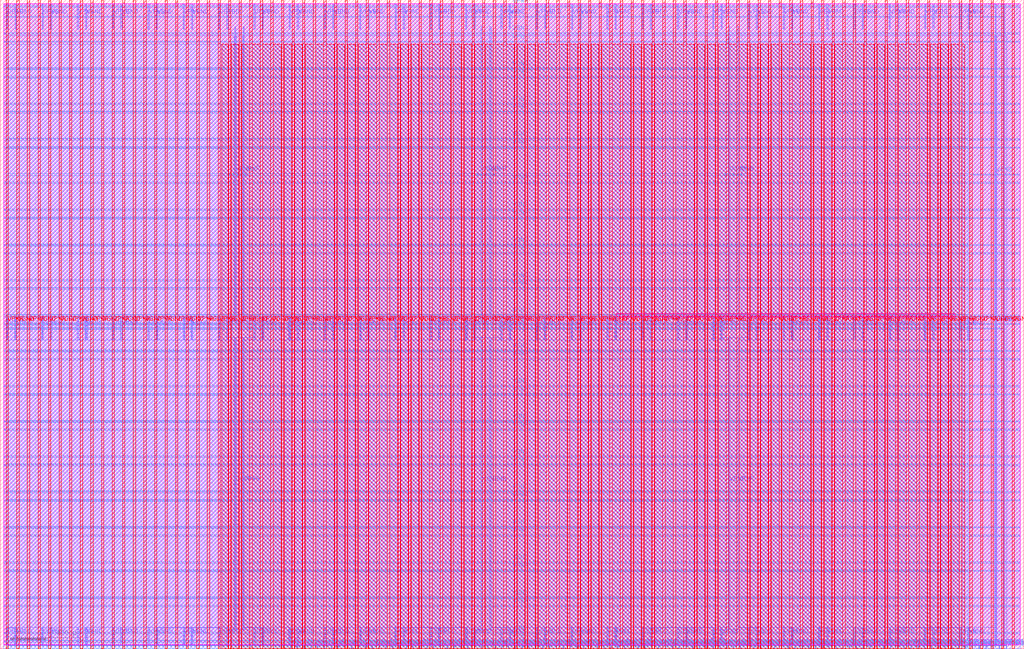
<source format=lef>
VERSION 5.7 ;
  NOWIREEXTENSIONATPIN ON ;
  DIVIDERCHAR "/" ;
  BUSBITCHARS "[]" ;
MACRO CF_SRAM_8192x32
  CLASS BLOCK ;
  FOREIGN CF_SRAM_8192x32 ;
  ORIGIN 0.000 0.000 ;
  SIZE 1450.000 BY 920.000 ;
  PIN VGND
    DIRECTION INOUT ;
    USE GROUND ;
    PORT
      LAYER met2 ;
        RECT 20.940 5.200 22.700 29.860 ;
    END
    PORT
      LAYER met2 ;
        RECT 20.940 438.010 22.700 469.855 ;
    END
    PORT
      LAYER met2 ;
        RECT 20.940 878.005 22.700 914.160 ;
    END
    PORT
      LAYER met2 ;
        RECT 70.940 5.200 72.700 29.860 ;
    END
    PORT
      LAYER met2 ;
        RECT 70.940 438.010 72.700 469.855 ;
    END
    PORT
      LAYER met2 ;
        RECT 70.940 878.005 72.700 914.160 ;
    END
    PORT
      LAYER met2 ;
        RECT 120.940 5.200 122.700 29.860 ;
    END
    PORT
      LAYER met2 ;
        RECT 120.940 438.010 122.700 469.855 ;
    END
    PORT
      LAYER met2 ;
        RECT 120.940 878.005 122.700 914.160 ;
    END
    PORT
      LAYER met2 ;
        RECT 170.940 5.200 172.700 29.860 ;
    END
    PORT
      LAYER met2 ;
        RECT 170.940 438.010 172.700 469.855 ;
    END
    PORT
      LAYER met2 ;
        RECT 170.940 878.005 172.700 914.160 ;
    END
    PORT
      LAYER met2 ;
        RECT 220.940 5.200 222.700 29.860 ;
    END
    PORT
      LAYER met2 ;
        RECT 220.940 438.010 222.700 469.855 ;
    END
    PORT
      LAYER met2 ;
        RECT 220.940 878.005 222.700 914.160 ;
    END
    PORT
      LAYER met2 ;
        RECT 270.940 5.200 272.700 29.720 ;
    END
    PORT
      LAYER met2 ;
        RECT 270.940 438.150 272.700 469.715 ;
    END
    PORT
      LAYER met2 ;
        RECT 270.940 878.145 272.700 914.160 ;
    END
    PORT
      LAYER met2 ;
        RECT 320.940 5.200 322.700 29.860 ;
    END
    PORT
      LAYER met2 ;
        RECT 320.940 438.010 322.700 469.855 ;
    END
    PORT
      LAYER met2 ;
        RECT 320.940 878.005 322.700 914.160 ;
    END
    PORT
      LAYER met2 ;
        RECT 370.940 5.200 372.700 29.860 ;
    END
    PORT
      LAYER met2 ;
        RECT 370.940 438.010 372.700 469.855 ;
    END
    PORT
      LAYER met2 ;
        RECT 370.940 878.005 372.700 914.160 ;
    END
    PORT
      LAYER met2 ;
        RECT 420.940 5.200 422.700 29.860 ;
    END
    PORT
      LAYER met2 ;
        RECT 420.940 438.010 422.700 469.855 ;
    END
    PORT
      LAYER met2 ;
        RECT 420.940 878.005 422.700 914.160 ;
    END
    PORT
      LAYER met2 ;
        RECT 470.940 5.200 472.700 29.860 ;
    END
    PORT
      LAYER met2 ;
        RECT 470.940 438.010 472.700 469.855 ;
    END
    PORT
      LAYER met2 ;
        RECT 470.940 878.005 472.700 914.160 ;
    END
    PORT
      LAYER met2 ;
        RECT 520.940 5.200 522.700 29.860 ;
    END
    PORT
      LAYER met2 ;
        RECT 520.940 438.010 522.700 469.855 ;
    END
    PORT
      LAYER met2 ;
        RECT 520.940 878.005 522.700 914.160 ;
    END
    PORT
      LAYER met2 ;
        RECT 570.940 5.200 572.700 29.860 ;
    END
    PORT
      LAYER met2 ;
        RECT 570.940 438.010 572.700 469.855 ;
    END
    PORT
      LAYER met2 ;
        RECT 570.940 878.005 572.700 914.160 ;
    END
    PORT
      LAYER met2 ;
        RECT 620.940 5.200 622.700 29.720 ;
    END
    PORT
      LAYER met2 ;
        RECT 620.940 438.150 622.700 469.715 ;
    END
    PORT
      LAYER met2 ;
        RECT 620.940 878.145 622.700 914.160 ;
    END
    PORT
      LAYER met2 ;
        RECT 670.940 5.200 672.700 29.860 ;
    END
    PORT
      LAYER met2 ;
        RECT 670.940 438.010 672.700 469.855 ;
    END
    PORT
      LAYER met2 ;
        RECT 670.940 878.005 672.700 914.160 ;
    END
    PORT
      LAYER met2 ;
        RECT 720.940 5.200 722.700 29.860 ;
    END
    PORT
      LAYER met2 ;
        RECT 720.940 438.010 722.700 469.855 ;
    END
    PORT
      LAYER met2 ;
        RECT 720.940 878.005 722.700 914.160 ;
    END
    PORT
      LAYER met2 ;
        RECT 770.940 5.200 772.700 29.860 ;
    END
    PORT
      LAYER met2 ;
        RECT 770.940 438.010 772.700 469.855 ;
    END
    PORT
      LAYER met2 ;
        RECT 770.940 878.005 772.700 914.160 ;
    END
    PORT
      LAYER met2 ;
        RECT 820.940 5.200 822.700 29.860 ;
    END
    PORT
      LAYER met2 ;
        RECT 820.940 438.010 822.700 469.855 ;
    END
    PORT
      LAYER met2 ;
        RECT 820.940 878.005 822.700 914.160 ;
    END
    PORT
      LAYER met2 ;
        RECT 870.940 5.200 872.700 29.860 ;
    END
    PORT
      LAYER met2 ;
        RECT 870.940 438.010 872.700 469.855 ;
    END
    PORT
      LAYER met2 ;
        RECT 870.940 878.005 872.700 914.160 ;
    END
    PORT
      LAYER met2 ;
        RECT 920.940 5.200 922.700 29.860 ;
    END
    PORT
      LAYER met2 ;
        RECT 920.940 438.010 922.700 469.855 ;
    END
    PORT
      LAYER met2 ;
        RECT 920.940 878.005 922.700 914.160 ;
    END
    PORT
      LAYER met2 ;
        RECT 970.940 5.200 972.700 29.720 ;
    END
    PORT
      LAYER met2 ;
        RECT 970.940 438.150 972.700 469.715 ;
    END
    PORT
      LAYER met2 ;
        RECT 970.940 878.145 972.700 914.160 ;
    END
    PORT
      LAYER met2 ;
        RECT 1020.940 5.200 1022.700 29.860 ;
    END
    PORT
      LAYER met2 ;
        RECT 1020.940 438.010 1022.700 469.855 ;
    END
    PORT
      LAYER met2 ;
        RECT 1020.940 878.005 1022.700 914.160 ;
    END
    PORT
      LAYER met2 ;
        RECT 1070.940 5.200 1072.700 29.860 ;
    END
    PORT
      LAYER met2 ;
        RECT 1070.940 438.010 1072.700 469.855 ;
    END
    PORT
      LAYER met2 ;
        RECT 1070.940 878.005 1072.700 914.160 ;
    END
    PORT
      LAYER met2 ;
        RECT 1120.940 5.200 1122.700 29.860 ;
    END
    PORT
      LAYER met2 ;
        RECT 1120.940 438.010 1122.700 469.855 ;
    END
    PORT
      LAYER met2 ;
        RECT 1120.940 878.005 1122.700 914.160 ;
    END
    PORT
      LAYER met2 ;
        RECT 1170.940 5.200 1172.700 29.860 ;
    END
    PORT
      LAYER met2 ;
        RECT 1170.940 438.010 1172.700 469.855 ;
    END
    PORT
      LAYER met2 ;
        RECT 1170.940 878.005 1172.700 914.160 ;
    END
    PORT
      LAYER met2 ;
        RECT 1220.940 5.200 1222.700 29.860 ;
    END
    PORT
      LAYER met2 ;
        RECT 1220.940 438.010 1222.700 469.855 ;
    END
    PORT
      LAYER met2 ;
        RECT 1220.940 878.005 1222.700 914.160 ;
    END
    PORT
      LAYER met2 ;
        RECT 1270.940 5.200 1272.700 29.860 ;
    END
    PORT
      LAYER met2 ;
        RECT 1270.940 438.010 1272.700 469.855 ;
    END
    PORT
      LAYER met2 ;
        RECT 1270.940 878.005 1272.700 914.160 ;
    END
    PORT
      LAYER met2 ;
        RECT 1320.940 5.200 1322.700 29.720 ;
    END
    PORT
      LAYER met2 ;
        RECT 1320.940 438.150 1322.700 469.715 ;
    END
    PORT
      LAYER met2 ;
        RECT 1320.940 878.145 1322.700 914.160 ;
    END
    PORT
      LAYER met2 ;
        RECT 1370.940 5.200 1372.700 29.860 ;
    END
    PORT
      LAYER met2 ;
        RECT 1370.940 438.010 1372.700 469.855 ;
    END
    PORT
      LAYER met2 ;
        RECT 1370.940 878.005 1372.700 914.160 ;
    END
    PORT
      LAYER met2 ;
        RECT 1420.940 5.200 1422.700 914.160 ;
    END
    PORT
      LAYER met3 ;
        RECT 4.820 21.320 1445.100 23.080 ;
    END
    PORT
      LAYER met3 ;
        RECT 4.820 71.320 1445.100 73.080 ;
    END
    PORT
      LAYER met3 ;
        RECT 4.820 121.320 1445.100 123.080 ;
    END
    PORT
      LAYER met3 ;
        RECT 4.820 171.320 1445.100 173.080 ;
    END
    PORT
      LAYER met3 ;
        RECT 4.820 221.320 1445.100 223.080 ;
    END
    PORT
      LAYER met3 ;
        RECT 4.820 271.320 1445.100 273.080 ;
    END
    PORT
      LAYER met3 ;
        RECT 4.820 321.320 1445.100 323.080 ;
    END
    PORT
      LAYER met3 ;
        RECT 4.820 371.320 1445.100 373.080 ;
    END
    PORT
      LAYER met3 ;
        RECT 4.820 421.320 1445.100 423.080 ;
    END
    PORT
      LAYER met3 ;
        RECT 4.820 471.320 1445.100 473.080 ;
    END
    PORT
      LAYER met3 ;
        RECT 4.820 521.320 1445.100 523.080 ;
    END
    PORT
      LAYER met3 ;
        RECT 4.820 571.320 1445.100 573.080 ;
    END
    PORT
      LAYER met3 ;
        RECT 4.820 621.320 1445.100 623.080 ;
    END
    PORT
      LAYER met3 ;
        RECT 4.820 721.320 1445.100 723.080 ;
    END
    PORT
      LAYER met3 ;
        RECT 4.820 771.320 1445.100 773.080 ;
    END
    PORT
      LAYER met3 ;
        RECT 4.820 821.320 1445.100 823.080 ;
    END
    PORT
      LAYER met3 ;
        RECT 4.820 871.320 1445.100 873.080 ;
    END
    PORT
      LAYER met3 ;
        RECT 324.990 671.320 349.800 673.080 ;
    END
    PORT
      LAYER met3 ;
        RECT 674.990 671.320 699.800 673.080 ;
    END
    PORT
      LAYER met3 ;
        RECT 1024.990 671.320 1049.800 673.080 ;
    END
    PORT
      LAYER met3 ;
        RECT 1374.990 671.320 1445.100 673.080 ;
    END
    PORT
      LAYER met4 ;
        RECT 23.510 0.000 26.610 920.000 ;
    END
    PORT
      LAYER met4 ;
        RECT 53.510 0.000 56.610 920.000 ;
    END
    PORT
      LAYER met4 ;
        RECT 83.510 0.000 86.610 920.000 ;
    END
    PORT
      LAYER met4 ;
        RECT 113.510 0.000 116.610 920.000 ;
    END
    PORT
      LAYER met4 ;
        RECT 143.510 0.000 146.610 920.000 ;
    END
    PORT
      LAYER met4 ;
        RECT 173.510 0.000 176.610 920.000 ;
    END
    PORT
      LAYER met4 ;
        RECT 203.510 0.000 206.610 920.000 ;
    END
    PORT
      LAYER met4 ;
        RECT 233.510 0.000 236.610 920.000 ;
    END
    PORT
      LAYER met4 ;
        RECT 263.510 0.000 266.610 920.000 ;
    END
    PORT
      LAYER met4 ;
        RECT 293.510 0.000 296.610 920.000 ;
    END
    PORT
      LAYER met4 ;
        RECT 323.510 0.000 326.610 920.000 ;
    END
    PORT
      LAYER met4 ;
        RECT 353.510 0.000 356.610 920.000 ;
    END
    PORT
      LAYER met4 ;
        RECT 383.510 0.000 386.610 920.000 ;
    END
    PORT
      LAYER met4 ;
        RECT 413.510 0.000 416.610 920.000 ;
    END
    PORT
      LAYER met4 ;
        RECT 443.510 0.000 446.610 920.000 ;
    END
    PORT
      LAYER met4 ;
        RECT 473.510 0.000 476.610 920.000 ;
    END
    PORT
      LAYER met4 ;
        RECT 503.510 0.000 506.610 920.000 ;
    END
    PORT
      LAYER met4 ;
        RECT 533.510 0.000 536.610 920.000 ;
    END
    PORT
      LAYER met4 ;
        RECT 563.510 0.000 566.610 920.000 ;
    END
    PORT
      LAYER met4 ;
        RECT 593.510 0.000 596.610 920.000 ;
    END
    PORT
      LAYER met4 ;
        RECT 623.510 0.000 626.610 920.000 ;
    END
    PORT
      LAYER met4 ;
        RECT 653.510 0.000 656.610 920.000 ;
    END
    PORT
      LAYER met4 ;
        RECT 683.510 0.000 686.610 920.000 ;
    END
    PORT
      LAYER met4 ;
        RECT 713.510 0.000 716.610 920.000 ;
    END
    PORT
      LAYER met4 ;
        RECT 743.510 0.000 746.610 920.000 ;
    END
    PORT
      LAYER met4 ;
        RECT 773.510 0.000 776.610 920.000 ;
    END
    PORT
      LAYER met4 ;
        RECT 803.510 0.000 806.610 920.000 ;
    END
    PORT
      LAYER met4 ;
        RECT 833.510 0.000 836.610 920.000 ;
    END
    PORT
      LAYER met4 ;
        RECT 863.510 0.000 866.610 920.000 ;
    END
    PORT
      LAYER met4 ;
        RECT 893.510 0.000 896.610 920.000 ;
    END
    PORT
      LAYER met4 ;
        RECT 923.510 0.000 926.610 920.000 ;
    END
    PORT
      LAYER met4 ;
        RECT 953.510 0.000 956.610 920.000 ;
    END
    PORT
      LAYER met4 ;
        RECT 983.510 0.000 986.610 920.000 ;
    END
    PORT
      LAYER met4 ;
        RECT 1013.510 0.000 1016.610 920.000 ;
    END
    PORT
      LAYER met4 ;
        RECT 1043.510 0.000 1046.610 920.000 ;
    END
    PORT
      LAYER met4 ;
        RECT 1073.510 0.000 1076.610 920.000 ;
    END
    PORT
      LAYER met4 ;
        RECT 1103.510 0.000 1106.610 920.000 ;
    END
    PORT
      LAYER met4 ;
        RECT 1133.510 0.000 1136.610 920.000 ;
    END
    PORT
      LAYER met4 ;
        RECT 1163.510 0.000 1166.610 920.000 ;
    END
    PORT
      LAYER met4 ;
        RECT 1193.510 0.000 1196.610 920.000 ;
    END
    PORT
      LAYER met4 ;
        RECT 1223.510 0.000 1226.610 920.000 ;
    END
    PORT
      LAYER met4 ;
        RECT 1253.510 0.000 1256.610 920.000 ;
    END
    PORT
      LAYER met4 ;
        RECT 1283.510 0.000 1286.610 920.000 ;
    END
    PORT
      LAYER met4 ;
        RECT 1313.510 0.000 1316.610 920.000 ;
    END
    PORT
      LAYER met4 ;
        RECT 1343.510 0.000 1346.610 920.000 ;
    END
    PORT
      LAYER met4 ;
        RECT 1373.510 0.000 1376.610 920.000 ;
    END
    PORT
      LAYER met4 ;
        RECT 1403.510 0.000 1406.610 920.000 ;
    END
    PORT
      LAYER met4 ;
        RECT 1433.510 0.000 1436.610 920.000 ;
    END
    PORT
      LAYER met2 ;
        RECT 331.930 26.960 333.690 440.880 ;
    END
    PORT
      LAYER met2 ;
        RECT 681.530 464.880 683.290 881.520 ;
    END
    PORT
      LAYER met2 ;
        RECT 331.930 464.880 333.690 881.520 ;
    END
    PORT
      LAYER met2 ;
        RECT 681.530 26.960 683.290 440.880 ;
    END
    PORT
      LAYER met2 ;
        RECT 1031.590 26.960 1033.350 440.880 ;
    END
    PORT
      LAYER met2 ;
        RECT 1031.590 464.880 1033.350 881.520 ;
    END
    PORT
      LAYER met3 ;
        RECT 4.820 453.020 1422.700 454.780 ;
    END
    PORT
      LAYER met3 ;
        RECT 4.820 895.020 1422.700 896.780 ;
    END
  END VGND
  PIN VPWR
    DIRECTION INOUT ;
    USE POWER ;
    PORT
      LAYER met2 ;
        RECT 9.180 5.200 10.940 29.720 ;
    END
    PORT
      LAYER met2 ;
        RECT 9.180 438.150 10.940 469.715 ;
    END
    PORT
      LAYER met2 ;
        RECT 9.180 878.145 10.940 914.160 ;
    END
    PORT
      LAYER met2 ;
        RECT 59.180 5.200 60.940 29.860 ;
    END
    PORT
      LAYER met2 ;
        RECT 59.180 438.010 60.940 469.855 ;
    END
    PORT
      LAYER met2 ;
        RECT 59.180 878.005 60.940 914.160 ;
    END
    PORT
      LAYER met2 ;
        RECT 109.180 5.200 110.940 29.860 ;
    END
    PORT
      LAYER met2 ;
        RECT 109.180 438.010 110.940 469.855 ;
    END
    PORT
      LAYER met2 ;
        RECT 109.180 878.005 110.940 914.160 ;
    END
    PORT
      LAYER met2 ;
        RECT 159.180 5.200 160.940 29.860 ;
    END
    PORT
      LAYER met2 ;
        RECT 159.180 438.010 160.940 469.855 ;
    END
    PORT
      LAYER met2 ;
        RECT 159.180 878.005 160.940 914.160 ;
    END
    PORT
      LAYER met2 ;
        RECT 209.180 5.200 210.940 29.860 ;
    END
    PORT
      LAYER met2 ;
        RECT 209.180 438.010 210.940 469.855 ;
    END
    PORT
      LAYER met2 ;
        RECT 209.180 878.005 210.940 914.160 ;
    END
    PORT
      LAYER met2 ;
        RECT 259.180 5.200 260.940 29.720 ;
    END
    PORT
      LAYER met2 ;
        RECT 259.180 438.150 260.940 469.715 ;
    END
    PORT
      LAYER met2 ;
        RECT 259.180 878.145 260.940 914.160 ;
    END
    PORT
      LAYER met2 ;
        RECT 309.180 5.200 310.940 29.860 ;
    END
    PORT
      LAYER met2 ;
        RECT 309.180 438.010 310.940 469.855 ;
    END
    PORT
      LAYER met2 ;
        RECT 309.180 878.005 310.940 914.160 ;
    END
    PORT
      LAYER met2 ;
        RECT 359.180 5.200 360.940 29.720 ;
    END
    PORT
      LAYER met2 ;
        RECT 359.180 438.150 360.940 469.715 ;
    END
    PORT
      LAYER met2 ;
        RECT 359.180 878.145 360.940 914.160 ;
    END
    PORT
      LAYER met2 ;
        RECT 409.180 5.200 410.940 29.860 ;
    END
    PORT
      LAYER met2 ;
        RECT 409.180 438.010 410.940 469.855 ;
    END
    PORT
      LAYER met2 ;
        RECT 409.180 878.005 410.940 914.160 ;
    END
    PORT
      LAYER met2 ;
        RECT 459.180 5.200 460.940 29.860 ;
    END
    PORT
      LAYER met2 ;
        RECT 459.180 438.010 460.940 469.855 ;
    END
    PORT
      LAYER met2 ;
        RECT 459.180 878.005 460.940 914.160 ;
    END
    PORT
      LAYER met2 ;
        RECT 509.180 5.200 510.940 29.860 ;
    END
    PORT
      LAYER met2 ;
        RECT 509.180 438.010 510.940 469.855 ;
    END
    PORT
      LAYER met2 ;
        RECT 509.180 878.005 510.940 914.160 ;
    END
    PORT
      LAYER met2 ;
        RECT 559.180 5.200 560.940 29.860 ;
    END
    PORT
      LAYER met2 ;
        RECT 559.180 438.010 560.940 469.855 ;
    END
    PORT
      LAYER met2 ;
        RECT 559.180 878.005 560.940 914.160 ;
    END
    PORT
      LAYER met2 ;
        RECT 609.180 5.200 610.940 29.720 ;
    END
    PORT
      LAYER met2 ;
        RECT 609.180 438.150 610.940 469.715 ;
    END
    PORT
      LAYER met2 ;
        RECT 609.180 878.145 610.940 914.160 ;
    END
    PORT
      LAYER met2 ;
        RECT 659.180 5.200 660.940 29.860 ;
    END
    PORT
      LAYER met2 ;
        RECT 659.180 438.010 660.940 469.855 ;
    END
    PORT
      LAYER met2 ;
        RECT 659.180 878.005 660.940 914.160 ;
    END
    PORT
      LAYER met2 ;
        RECT 709.180 5.200 710.940 29.720 ;
    END
    PORT
      LAYER met2 ;
        RECT 709.180 438.150 710.940 469.715 ;
    END
    PORT
      LAYER met2 ;
        RECT 709.180 878.145 710.940 914.160 ;
    END
    PORT
      LAYER met2 ;
        RECT 759.180 5.200 760.940 29.860 ;
    END
    PORT
      LAYER met2 ;
        RECT 759.180 438.010 760.940 469.855 ;
    END
    PORT
      LAYER met2 ;
        RECT 759.180 878.005 760.940 914.160 ;
    END
    PORT
      LAYER met2 ;
        RECT 809.180 5.200 810.940 29.860 ;
    END
    PORT
      LAYER met2 ;
        RECT 809.180 438.010 810.940 469.855 ;
    END
    PORT
      LAYER met2 ;
        RECT 809.180 878.005 810.940 914.160 ;
    END
    PORT
      LAYER met2 ;
        RECT 859.180 5.200 860.940 29.860 ;
    END
    PORT
      LAYER met2 ;
        RECT 859.180 438.010 860.940 469.855 ;
    END
    PORT
      LAYER met2 ;
        RECT 859.180 878.005 860.940 914.160 ;
    END
    PORT
      LAYER met2 ;
        RECT 909.180 5.200 910.940 29.860 ;
    END
    PORT
      LAYER met2 ;
        RECT 909.180 438.010 910.940 469.855 ;
    END
    PORT
      LAYER met2 ;
        RECT 909.180 878.005 910.940 914.160 ;
    END
    PORT
      LAYER met2 ;
        RECT 959.180 5.200 960.940 29.720 ;
    END
    PORT
      LAYER met2 ;
        RECT 959.180 438.150 960.940 469.715 ;
    END
    PORT
      LAYER met2 ;
        RECT 959.180 878.145 960.940 914.160 ;
    END
    PORT
      LAYER met2 ;
        RECT 1009.180 5.200 1010.940 29.860 ;
    END
    PORT
      LAYER met2 ;
        RECT 1009.180 438.010 1010.940 469.855 ;
    END
    PORT
      LAYER met2 ;
        RECT 1009.180 878.005 1010.940 914.160 ;
    END
    PORT
      LAYER met2 ;
        RECT 1059.180 5.200 1060.940 29.720 ;
    END
    PORT
      LAYER met2 ;
        RECT 1059.180 438.150 1060.940 469.715 ;
    END
    PORT
      LAYER met2 ;
        RECT 1059.180 878.145 1060.940 914.160 ;
    END
    PORT
      LAYER met2 ;
        RECT 1109.180 5.200 1110.940 29.860 ;
    END
    PORT
      LAYER met2 ;
        RECT 1109.180 438.010 1110.940 469.855 ;
    END
    PORT
      LAYER met2 ;
        RECT 1109.180 878.005 1110.940 914.160 ;
    END
    PORT
      LAYER met2 ;
        RECT 1159.180 5.200 1160.940 29.860 ;
    END
    PORT
      LAYER met2 ;
        RECT 1159.180 438.010 1160.940 469.855 ;
    END
    PORT
      LAYER met2 ;
        RECT 1159.180 878.005 1160.940 914.160 ;
    END
    PORT
      LAYER met2 ;
        RECT 1209.180 5.200 1210.940 29.860 ;
    END
    PORT
      LAYER met2 ;
        RECT 1209.180 438.010 1210.940 469.855 ;
    END
    PORT
      LAYER met2 ;
        RECT 1209.180 878.005 1210.940 914.160 ;
    END
    PORT
      LAYER met2 ;
        RECT 1259.180 5.200 1260.940 29.860 ;
    END
    PORT
      LAYER met2 ;
        RECT 1259.180 438.010 1260.940 469.855 ;
    END
    PORT
      LAYER met2 ;
        RECT 1259.180 878.005 1260.940 914.160 ;
    END
    PORT
      LAYER met2 ;
        RECT 1309.180 5.200 1310.940 29.720 ;
    END
    PORT
      LAYER met2 ;
        RECT 1309.180 438.150 1310.940 469.715 ;
    END
    PORT
      LAYER met2 ;
        RECT 1309.180 878.145 1310.940 914.160 ;
    END
    PORT
      LAYER met2 ;
        RECT 1359.180 5.200 1360.940 29.860 ;
    END
    PORT
      LAYER met2 ;
        RECT 1359.180 438.010 1360.940 469.855 ;
    END
    PORT
      LAYER met2 ;
        RECT 1359.180 878.005 1360.940 914.160 ;
    END
    PORT
      LAYER met2 ;
        RECT 1409.180 5.200 1410.940 914.160 ;
    END
    PORT
      LAYER met3 ;
        RECT 4.820 9.560 1445.100 11.320 ;
    END
    PORT
      LAYER met3 ;
        RECT 4.820 59.560 1445.100 61.320 ;
    END
    PORT
      LAYER met3 ;
        RECT 4.820 109.560 1445.100 111.320 ;
    END
    PORT
      LAYER met3 ;
        RECT 4.820 159.560 1445.100 161.320 ;
    END
    PORT
      LAYER met3 ;
        RECT 4.820 209.560 1445.100 211.320 ;
    END
    PORT
      LAYER met3 ;
        RECT 4.820 259.560 1445.100 261.320 ;
    END
    PORT
      LAYER met3 ;
        RECT 4.820 309.560 1445.100 311.320 ;
    END
    PORT
      LAYER met3 ;
        RECT 4.820 359.560 1445.100 361.320 ;
    END
    PORT
      LAYER met3 ;
        RECT 4.820 409.560 1445.100 411.320 ;
    END
    PORT
      LAYER met3 ;
        RECT 4.820 459.560 1445.100 461.320 ;
    END
    PORT
      LAYER met3 ;
        RECT 4.820 509.560 1445.100 511.320 ;
    END
    PORT
      LAYER met3 ;
        RECT 4.820 559.560 1445.100 561.320 ;
    END
    PORT
      LAYER met3 ;
        RECT 4.820 609.560 1445.100 611.320 ;
    END
    PORT
      LAYER met3 ;
        RECT 4.820 659.560 1445.100 661.320 ;
    END
    PORT
      LAYER met3 ;
        RECT 4.820 709.560 1445.100 711.320 ;
    END
    PORT
      LAYER met3 ;
        RECT 4.820 759.560 1445.100 761.320 ;
    END
    PORT
      LAYER met3 ;
        RECT 4.820 809.560 1445.100 811.320 ;
    END
    PORT
      LAYER met3 ;
        RECT 4.820 859.560 1445.100 861.320 ;
    END
    PORT
      LAYER met3 ;
        RECT 4.820 909.560 1445.100 911.320 ;
    END
    PORT
      LAYER met4 ;
        RECT 8.510 0.000 11.610 920.000 ;
    END
    PORT
      LAYER met4 ;
        RECT 38.510 0.000 41.610 920.000 ;
    END
    PORT
      LAYER met4 ;
        RECT 68.510 0.000 71.610 920.000 ;
    END
    PORT
      LAYER met4 ;
        RECT 98.510 0.000 101.610 920.000 ;
    END
    PORT
      LAYER met4 ;
        RECT 128.510 0.000 131.610 920.000 ;
    END
    PORT
      LAYER met4 ;
        RECT 158.510 0.000 161.610 920.000 ;
    END
    PORT
      LAYER met4 ;
        RECT 188.510 0.000 191.610 920.000 ;
    END
    PORT
      LAYER met4 ;
        RECT 218.510 0.000 221.610 920.000 ;
    END
    PORT
      LAYER met4 ;
        RECT 248.510 0.000 251.610 920.000 ;
    END
    PORT
      LAYER met4 ;
        RECT 278.510 0.000 281.610 920.000 ;
    END
    PORT
      LAYER met4 ;
        RECT 308.510 0.000 311.610 920.000 ;
    END
    PORT
      LAYER met4 ;
        RECT 338.510 0.000 341.610 920.000 ;
    END
    PORT
      LAYER met4 ;
        RECT 368.510 0.000 371.610 920.000 ;
    END
    PORT
      LAYER met4 ;
        RECT 398.510 0.000 401.610 920.000 ;
    END
    PORT
      LAYER met4 ;
        RECT 428.510 0.000 431.610 920.000 ;
    END
    PORT
      LAYER met4 ;
        RECT 458.510 0.000 461.610 920.000 ;
    END
    PORT
      LAYER met4 ;
        RECT 488.510 0.000 491.610 920.000 ;
    END
    PORT
      LAYER met4 ;
        RECT 518.510 0.000 521.610 920.000 ;
    END
    PORT
      LAYER met4 ;
        RECT 548.510 0.000 551.610 920.000 ;
    END
    PORT
      LAYER met4 ;
        RECT 578.510 0.000 581.610 920.000 ;
    END
    PORT
      LAYER met4 ;
        RECT 608.510 0.000 611.610 920.000 ;
    END
    PORT
      LAYER met4 ;
        RECT 638.510 0.000 641.610 920.000 ;
    END
    PORT
      LAYER met4 ;
        RECT 668.510 0.000 671.610 920.000 ;
    END
    PORT
      LAYER met4 ;
        RECT 698.510 0.000 701.610 920.000 ;
    END
    PORT
      LAYER met4 ;
        RECT 728.510 0.000 731.610 920.000 ;
    END
    PORT
      LAYER met4 ;
        RECT 758.510 0.000 761.610 920.000 ;
    END
    PORT
      LAYER met4 ;
        RECT 788.510 0.000 791.610 920.000 ;
    END
    PORT
      LAYER met4 ;
        RECT 818.510 0.000 821.610 920.000 ;
    END
    PORT
      LAYER met4 ;
        RECT 848.510 0.000 851.610 920.000 ;
    END
    PORT
      LAYER met4 ;
        RECT 878.510 0.000 881.610 920.000 ;
    END
    PORT
      LAYER met4 ;
        RECT 908.510 0.000 911.610 920.000 ;
    END
    PORT
      LAYER met4 ;
        RECT 938.510 0.000 941.610 920.000 ;
    END
    PORT
      LAYER met4 ;
        RECT 968.510 0.000 971.610 920.000 ;
    END
    PORT
      LAYER met4 ;
        RECT 998.510 0.000 1001.610 920.000 ;
    END
    PORT
      LAYER met4 ;
        RECT 1028.510 0.000 1031.610 920.000 ;
    END
    PORT
      LAYER met4 ;
        RECT 1058.510 0.000 1061.610 920.000 ;
    END
    PORT
      LAYER met4 ;
        RECT 1088.510 0.000 1091.610 920.000 ;
    END
    PORT
      LAYER met4 ;
        RECT 1118.510 0.000 1121.610 920.000 ;
    END
    PORT
      LAYER met4 ;
        RECT 1148.510 0.000 1151.610 920.000 ;
    END
    PORT
      LAYER met4 ;
        RECT 1178.510 0.000 1181.610 920.000 ;
    END
    PORT
      LAYER met4 ;
        RECT 1208.510 0.000 1211.610 920.000 ;
    END
    PORT
      LAYER met4 ;
        RECT 1238.510 0.000 1241.610 920.000 ;
    END
    PORT
      LAYER met4 ;
        RECT 1268.510 0.000 1271.610 920.000 ;
    END
    PORT
      LAYER met4 ;
        RECT 1298.510 0.000 1301.610 920.000 ;
    END
    PORT
      LAYER met4 ;
        RECT 1328.510 0.000 1331.610 920.000 ;
    END
    PORT
      LAYER met4 ;
        RECT 1358.510 0.000 1361.610 920.000 ;
    END
    PORT
      LAYER met4 ;
        RECT 1388.510 0.000 1391.610 920.000 ;
    END
    PORT
      LAYER met4 ;
        RECT 1418.510 0.000 1421.610 920.000 ;
    END
    PORT
      LAYER met2 ;
        RECT 343.890 26.960 345.650 440.880 ;
    END
    PORT
      LAYER met2 ;
        RECT 693.490 464.880 695.250 881.520 ;
    END
    PORT
      LAYER met2 ;
        RECT 343.890 464.880 345.650 881.520 ;
    END
    PORT
      LAYER met2 ;
        RECT 693.490 26.960 695.250 440.880 ;
    END
    PORT
      LAYER met2 ;
        RECT 1043.550 26.960 1045.310 440.880 ;
    END
    PORT
      LAYER met2 ;
        RECT 1043.550 464.880 1045.310 881.520 ;
    END
  END VPWR
  PIN wb_clk_i
    DIRECTION INPUT ;
    USE SIGNAL ;
    ANTENNAGATEAREA 0.852000 ;
    PORT
      LAYER met2 ;
        RECT 410.870 0.000 411.150 4.000 ;
    END
  END wb_clk_i
  PIN wb_rst_i
    DIRECTION INPUT ;
    USE SIGNAL ;
    ANTENNAGATEAREA 0.126000 ;
    PORT
      LAYER met2 ;
        RECT 420.530 0.000 420.810 4.000 ;
    END
  END wb_rst_i
  PIN wbs_ack_o
    DIRECTION OUTPUT ;
    USE SIGNAL ;
    ANTENNADIFFAREA 0.340600 ;
    PORT
      LAYER met2 ;
        RECT 430.190 0.000 430.470 4.000 ;
    END
  END wbs_ack_o
  PIN wbs_adr_i[0]
    DIRECTION INPUT ;
    USE SIGNAL ;
    PORT
      LAYER met2 ;
        RECT 468.830 0.000 469.110 4.000 ;
    END
  END wbs_adr_i[0]
  PIN wbs_adr_i[10]
    DIRECTION INPUT ;
    USE SIGNAL ;
    ANTENNAGATEAREA 0.126000 ;
    PORT
      LAYER met2 ;
        RECT 797.270 0.000 797.550 4.000 ;
    END
  END wbs_adr_i[10]
  PIN wbs_adr_i[11]
    DIRECTION INPUT ;
    USE SIGNAL ;
    ANTENNAGATEAREA 0.126000 ;
    PORT
      LAYER met2 ;
        RECT 826.250 0.000 826.530 4.000 ;
    END
  END wbs_adr_i[11]
  PIN wbs_adr_i[12]
    DIRECTION INPUT ;
    USE SIGNAL ;
    ANTENNAGATEAREA 0.126000 ;
    PORT
      LAYER met2 ;
        RECT 855.230 0.000 855.510 4.000 ;
    END
  END wbs_adr_i[12]
  PIN wbs_adr_i[13]
    DIRECTION INPUT ;
    USE SIGNAL ;
    ANTENNAGATEAREA 0.742500 ;
    PORT
      LAYER met2 ;
        RECT 884.210 0.000 884.490 4.000 ;
    END
  END wbs_adr_i[13]
  PIN wbs_adr_i[14]
    DIRECTION INPUT ;
    USE SIGNAL ;
    ANTENNAGATEAREA 0.213000 ;
    PORT
      LAYER met2 ;
        RECT 913.190 0.000 913.470 4.000 ;
    END
  END wbs_adr_i[14]
  PIN wbs_adr_i[15]
    DIRECTION INPUT ;
    USE SIGNAL ;
    PORT
      LAYER met2 ;
        RECT 942.170 0.000 942.450 4.000 ;
    END
  END wbs_adr_i[15]
  PIN wbs_adr_i[16]
    DIRECTION INPUT ;
    USE SIGNAL ;
    PORT
      LAYER met2 ;
        RECT 971.150 0.000 971.430 4.000 ;
    END
  END wbs_adr_i[16]
  PIN wbs_adr_i[17]
    DIRECTION INPUT ;
    USE SIGNAL ;
    PORT
      LAYER met2 ;
        RECT 1000.130 0.000 1000.410 4.000 ;
    END
  END wbs_adr_i[17]
  PIN wbs_adr_i[18]
    DIRECTION INPUT ;
    USE SIGNAL ;
    PORT
      LAYER met2 ;
        RECT 1029.110 0.000 1029.390 4.000 ;
    END
  END wbs_adr_i[18]
  PIN wbs_adr_i[19]
    DIRECTION INPUT ;
    USE SIGNAL ;
    PORT
      LAYER met2 ;
        RECT 1058.090 0.000 1058.370 4.000 ;
    END
  END wbs_adr_i[19]
  PIN wbs_adr_i[1]
    DIRECTION INPUT ;
    USE SIGNAL ;
    PORT
      LAYER met2 ;
        RECT 507.470 0.000 507.750 4.000 ;
    END
  END wbs_adr_i[1]
  PIN wbs_adr_i[20]
    DIRECTION INPUT ;
    USE SIGNAL ;
    PORT
      LAYER met2 ;
        RECT 1087.070 0.000 1087.350 4.000 ;
    END
  END wbs_adr_i[20]
  PIN wbs_adr_i[21]
    DIRECTION INPUT ;
    USE SIGNAL ;
    PORT
      LAYER met2 ;
        RECT 1116.050 0.000 1116.330 4.000 ;
    END
  END wbs_adr_i[21]
  PIN wbs_adr_i[22]
    DIRECTION INPUT ;
    USE SIGNAL ;
    PORT
      LAYER met2 ;
        RECT 1145.030 0.000 1145.310 4.000 ;
    END
  END wbs_adr_i[22]
  PIN wbs_adr_i[23]
    DIRECTION INPUT ;
    USE SIGNAL ;
    PORT
      LAYER met2 ;
        RECT 1174.010 0.000 1174.290 4.000 ;
    END
  END wbs_adr_i[23]
  PIN wbs_adr_i[24]
    DIRECTION INPUT ;
    USE SIGNAL ;
    PORT
      LAYER met2 ;
        RECT 1202.990 0.000 1203.270 4.000 ;
    END
  END wbs_adr_i[24]
  PIN wbs_adr_i[25]
    DIRECTION INPUT ;
    USE SIGNAL ;
    PORT
      LAYER met2 ;
        RECT 1231.970 0.000 1232.250 4.000 ;
    END
  END wbs_adr_i[25]
  PIN wbs_adr_i[26]
    DIRECTION INPUT ;
    USE SIGNAL ;
    PORT
      LAYER met2 ;
        RECT 1260.950 0.000 1261.230 4.000 ;
    END
  END wbs_adr_i[26]
  PIN wbs_adr_i[27]
    DIRECTION INPUT ;
    USE SIGNAL ;
    PORT
      LAYER met2 ;
        RECT 1289.930 0.000 1290.210 4.000 ;
    END
  END wbs_adr_i[27]
  PIN wbs_adr_i[28]
    DIRECTION INPUT ;
    USE SIGNAL ;
    PORT
      LAYER met2 ;
        RECT 1318.910 0.000 1319.190 4.000 ;
    END
  END wbs_adr_i[28]
  PIN wbs_adr_i[29]
    DIRECTION INPUT ;
    USE SIGNAL ;
    PORT
      LAYER met2 ;
        RECT 1347.890 0.000 1348.170 4.000 ;
    END
  END wbs_adr_i[29]
  PIN wbs_adr_i[2]
    DIRECTION INPUT ;
    USE SIGNAL ;
    ANTENNAGATEAREA 0.126000 ;
    PORT
      LAYER met2 ;
        RECT 546.110 0.000 546.390 4.000 ;
    END
  END wbs_adr_i[2]
  PIN wbs_adr_i[30]
    DIRECTION INPUT ;
    USE SIGNAL ;
    PORT
      LAYER met2 ;
        RECT 1376.870 0.000 1377.150 4.000 ;
    END
  END wbs_adr_i[30]
  PIN wbs_adr_i[31]
    DIRECTION INPUT ;
    USE SIGNAL ;
    PORT
      LAYER met2 ;
        RECT 1405.850 0.000 1406.130 4.000 ;
    END
  END wbs_adr_i[31]
  PIN wbs_adr_i[3]
    DIRECTION INPUT ;
    USE SIGNAL ;
    ANTENNAGATEAREA 0.126000 ;
    PORT
      LAYER met2 ;
        RECT 584.750 0.000 585.030 4.000 ;
    END
  END wbs_adr_i[3]
  PIN wbs_adr_i[4]
    DIRECTION INPUT ;
    USE SIGNAL ;
    ANTENNAGATEAREA 0.126000 ;
    PORT
      LAYER met2 ;
        RECT 623.390 0.000 623.670 4.000 ;
    END
  END wbs_adr_i[4]
  PIN wbs_adr_i[5]
    DIRECTION INPUT ;
    USE SIGNAL ;
    ANTENNAGATEAREA 0.126000 ;
    PORT
      LAYER met2 ;
        RECT 652.370 0.000 652.650 4.000 ;
    END
  END wbs_adr_i[5]
  PIN wbs_adr_i[6]
    DIRECTION INPUT ;
    USE SIGNAL ;
    ANTENNAGATEAREA 0.126000 ;
    PORT
      LAYER met2 ;
        RECT 681.350 0.000 681.630 4.000 ;
    END
  END wbs_adr_i[6]
  PIN wbs_adr_i[7]
    DIRECTION INPUT ;
    USE SIGNAL ;
    ANTENNAGATEAREA 0.126000 ;
    PORT
      LAYER met2 ;
        RECT 710.330 0.000 710.610 4.000 ;
    END
  END wbs_adr_i[7]
  PIN wbs_adr_i[8]
    DIRECTION INPUT ;
    USE SIGNAL ;
    ANTENNAGATEAREA 0.126000 ;
    PORT
      LAYER met2 ;
        RECT 739.310 0.000 739.590 4.000 ;
    END
  END wbs_adr_i[8]
  PIN wbs_adr_i[9]
    DIRECTION INPUT ;
    USE SIGNAL ;
    ANTENNAGATEAREA 0.126000 ;
    PORT
      LAYER met2 ;
        RECT 768.290 0.000 768.570 4.000 ;
    END
  END wbs_adr_i[9]
  PIN wbs_cyc_i
    DIRECTION INPUT ;
    USE SIGNAL ;
    ANTENNAGATEAREA 0.213000 ;
    PORT
      LAYER met2 ;
        RECT 439.850 0.000 440.130 4.000 ;
    END
  END wbs_cyc_i
  PIN wbs_dat_i[0]
    DIRECTION INPUT ;
    USE SIGNAL ;
    ANTENNAGATEAREA 0.126000 ;
    PORT
      LAYER met2 ;
        RECT 478.490 0.000 478.770 4.000 ;
    END
  END wbs_dat_i[0]
  PIN wbs_dat_i[10]
    DIRECTION INPUT ;
    USE SIGNAL ;
    ANTENNAGATEAREA 0.126000 ;
    PORT
      LAYER met2 ;
        RECT 806.930 0.000 807.210 4.000 ;
    END
  END wbs_dat_i[10]
  PIN wbs_dat_i[11]
    DIRECTION INPUT ;
    USE SIGNAL ;
    ANTENNAGATEAREA 0.126000 ;
    PORT
      LAYER met2 ;
        RECT 835.910 0.000 836.190 4.000 ;
    END
  END wbs_dat_i[11]
  PIN wbs_dat_i[12]
    DIRECTION INPUT ;
    USE SIGNAL ;
    ANTENNAGATEAREA 0.126000 ;
    PORT
      LAYER met2 ;
        RECT 864.890 0.000 865.170 4.000 ;
    END
  END wbs_dat_i[12]
  PIN wbs_dat_i[13]
    DIRECTION INPUT ;
    USE SIGNAL ;
    ANTENNAGATEAREA 0.126000 ;
    PORT
      LAYER met2 ;
        RECT 893.870 0.000 894.150 4.000 ;
    END
  END wbs_dat_i[13]
  PIN wbs_dat_i[14]
    DIRECTION INPUT ;
    USE SIGNAL ;
    ANTENNAGATEAREA 0.126000 ;
    PORT
      LAYER met2 ;
        RECT 922.850 0.000 923.130 4.000 ;
    END
  END wbs_dat_i[14]
  PIN wbs_dat_i[15]
    DIRECTION INPUT ;
    USE SIGNAL ;
    ANTENNAGATEAREA 0.126000 ;
    PORT
      LAYER met2 ;
        RECT 951.830 0.000 952.110 4.000 ;
    END
  END wbs_dat_i[15]
  PIN wbs_dat_i[16]
    DIRECTION INPUT ;
    USE SIGNAL ;
    ANTENNAGATEAREA 0.126000 ;
    PORT
      LAYER met2 ;
        RECT 980.810 0.000 981.090 4.000 ;
    END
  END wbs_dat_i[16]
  PIN wbs_dat_i[17]
    DIRECTION INPUT ;
    USE SIGNAL ;
    ANTENNAGATEAREA 0.126000 ;
    PORT
      LAYER met2 ;
        RECT 1009.790 0.000 1010.070 4.000 ;
    END
  END wbs_dat_i[17]
  PIN wbs_dat_i[18]
    DIRECTION INPUT ;
    USE SIGNAL ;
    ANTENNAGATEAREA 0.126000 ;
    PORT
      LAYER met2 ;
        RECT 1038.770 0.000 1039.050 4.000 ;
    END
  END wbs_dat_i[18]
  PIN wbs_dat_i[19]
    DIRECTION INPUT ;
    USE SIGNAL ;
    ANTENNAGATEAREA 0.126000 ;
    PORT
      LAYER met2 ;
        RECT 1067.750 0.000 1068.030 4.000 ;
    END
  END wbs_dat_i[19]
  PIN wbs_dat_i[1]
    DIRECTION INPUT ;
    USE SIGNAL ;
    ANTENNAGATEAREA 0.126000 ;
    PORT
      LAYER met2 ;
        RECT 517.130 0.000 517.410 4.000 ;
    END
  END wbs_dat_i[1]
  PIN wbs_dat_i[20]
    DIRECTION INPUT ;
    USE SIGNAL ;
    ANTENNAGATEAREA 0.126000 ;
    PORT
      LAYER met2 ;
        RECT 1096.730 0.000 1097.010 4.000 ;
    END
  END wbs_dat_i[20]
  PIN wbs_dat_i[21]
    DIRECTION INPUT ;
    USE SIGNAL ;
    ANTENNAGATEAREA 0.126000 ;
    PORT
      LAYER met2 ;
        RECT 1125.710 0.000 1125.990 4.000 ;
    END
  END wbs_dat_i[21]
  PIN wbs_dat_i[22]
    DIRECTION INPUT ;
    USE SIGNAL ;
    ANTENNAGATEAREA 0.126000 ;
    PORT
      LAYER met2 ;
        RECT 1154.690 0.000 1154.970 4.000 ;
    END
  END wbs_dat_i[22]
  PIN wbs_dat_i[23]
    DIRECTION INPUT ;
    USE SIGNAL ;
    ANTENNAGATEAREA 0.126000 ;
    PORT
      LAYER met2 ;
        RECT 1183.670 0.000 1183.950 4.000 ;
    END
  END wbs_dat_i[23]
  PIN wbs_dat_i[24]
    DIRECTION INPUT ;
    USE SIGNAL ;
    ANTENNAGATEAREA 0.126000 ;
    PORT
      LAYER met2 ;
        RECT 1212.650 0.000 1212.930 4.000 ;
    END
  END wbs_dat_i[24]
  PIN wbs_dat_i[25]
    DIRECTION INPUT ;
    USE SIGNAL ;
    ANTENNAGATEAREA 0.126000 ;
    PORT
      LAYER met2 ;
        RECT 1241.630 0.000 1241.910 4.000 ;
    END
  END wbs_dat_i[25]
  PIN wbs_dat_i[26]
    DIRECTION INPUT ;
    USE SIGNAL ;
    ANTENNAGATEAREA 0.126000 ;
    PORT
      LAYER met2 ;
        RECT 1270.610 0.000 1270.890 4.000 ;
    END
  END wbs_dat_i[26]
  PIN wbs_dat_i[27]
    DIRECTION INPUT ;
    USE SIGNAL ;
    ANTENNAGATEAREA 0.126000 ;
    PORT
      LAYER met2 ;
        RECT 1299.590 0.000 1299.870 4.000 ;
    END
  END wbs_dat_i[27]
  PIN wbs_dat_i[28]
    DIRECTION INPUT ;
    USE SIGNAL ;
    ANTENNAGATEAREA 0.126000 ;
    PORT
      LAYER met2 ;
        RECT 1328.570 0.000 1328.850 4.000 ;
    END
  END wbs_dat_i[28]
  PIN wbs_dat_i[29]
    DIRECTION INPUT ;
    USE SIGNAL ;
    ANTENNAGATEAREA 0.126000 ;
    PORT
      LAYER met2 ;
        RECT 1357.550 0.000 1357.830 4.000 ;
    END
  END wbs_dat_i[29]
  PIN wbs_dat_i[2]
    DIRECTION INPUT ;
    USE SIGNAL ;
    ANTENNAGATEAREA 0.126000 ;
    PORT
      LAYER met2 ;
        RECT 555.770 0.000 556.050 4.000 ;
    END
  END wbs_dat_i[2]
  PIN wbs_dat_i[30]
    DIRECTION INPUT ;
    USE SIGNAL ;
    ANTENNAGATEAREA 0.126000 ;
    PORT
      LAYER met2 ;
        RECT 1386.530 0.000 1386.810 4.000 ;
    END
  END wbs_dat_i[30]
  PIN wbs_dat_i[31]
    DIRECTION INPUT ;
    USE SIGNAL ;
    ANTENNAGATEAREA 0.126000 ;
    PORT
      LAYER met2 ;
        RECT 1415.510 0.000 1415.790 4.000 ;
    END
  END wbs_dat_i[31]
  PIN wbs_dat_i[3]
    DIRECTION INPUT ;
    USE SIGNAL ;
    ANTENNAGATEAREA 0.126000 ;
    PORT
      LAYER met2 ;
        RECT 594.410 0.000 594.690 4.000 ;
    END
  END wbs_dat_i[3]
  PIN wbs_dat_i[4]
    DIRECTION INPUT ;
    USE SIGNAL ;
    ANTENNAGATEAREA 0.126000 ;
    PORT
      LAYER met2 ;
        RECT 633.050 0.000 633.330 4.000 ;
    END
  END wbs_dat_i[4]
  PIN wbs_dat_i[5]
    DIRECTION INPUT ;
    USE SIGNAL ;
    ANTENNAGATEAREA 0.126000 ;
    PORT
      LAYER met2 ;
        RECT 662.030 0.000 662.310 4.000 ;
    END
  END wbs_dat_i[5]
  PIN wbs_dat_i[6]
    DIRECTION INPUT ;
    USE SIGNAL ;
    ANTENNAGATEAREA 0.126000 ;
    PORT
      LAYER met2 ;
        RECT 691.010 0.000 691.290 4.000 ;
    END
  END wbs_dat_i[6]
  PIN wbs_dat_i[7]
    DIRECTION INPUT ;
    USE SIGNAL ;
    ANTENNAGATEAREA 0.126000 ;
    PORT
      LAYER met2 ;
        RECT 719.990 0.000 720.270 4.000 ;
    END
  END wbs_dat_i[7]
  PIN wbs_dat_i[8]
    DIRECTION INPUT ;
    USE SIGNAL ;
    ANTENNAGATEAREA 0.126000 ;
    PORT
      LAYER met2 ;
        RECT 748.970 0.000 749.250 4.000 ;
    END
  END wbs_dat_i[8]
  PIN wbs_dat_i[9]
    DIRECTION INPUT ;
    USE SIGNAL ;
    ANTENNAGATEAREA 0.126000 ;
    PORT
      LAYER met2 ;
        RECT 777.950 0.000 778.230 4.000 ;
    END
  END wbs_dat_i[9]
  PIN wbs_dat_o[0]
    DIRECTION OUTPUT ;
    USE SIGNAL ;
    ANTENNADIFFAREA 0.340600 ;
    PORT
      LAYER met2 ;
        RECT 488.150 0.000 488.430 4.000 ;
    END
  END wbs_dat_o[0]
  PIN wbs_dat_o[10]
    DIRECTION OUTPUT ;
    USE SIGNAL ;
    ANTENNADIFFAREA 0.340600 ;
    PORT
      LAYER met2 ;
        RECT 816.590 0.000 816.870 4.000 ;
    END
  END wbs_dat_o[10]
  PIN wbs_dat_o[11]
    DIRECTION OUTPUT ;
    USE SIGNAL ;
    ANTENNADIFFAREA 0.340600 ;
    PORT
      LAYER met2 ;
        RECT 845.570 0.000 845.850 4.000 ;
    END
  END wbs_dat_o[11]
  PIN wbs_dat_o[12]
    DIRECTION OUTPUT ;
    USE SIGNAL ;
    ANTENNADIFFAREA 0.340600 ;
    PORT
      LAYER met2 ;
        RECT 874.550 0.000 874.830 4.000 ;
    END
  END wbs_dat_o[12]
  PIN wbs_dat_o[13]
    DIRECTION OUTPUT ;
    USE SIGNAL ;
    ANTENNADIFFAREA 0.340600 ;
    PORT
      LAYER met2 ;
        RECT 903.530 0.000 903.810 4.000 ;
    END
  END wbs_dat_o[13]
  PIN wbs_dat_o[14]
    DIRECTION OUTPUT ;
    USE SIGNAL ;
    ANTENNADIFFAREA 0.340600 ;
    PORT
      LAYER met2 ;
        RECT 932.510 0.000 932.790 4.000 ;
    END
  END wbs_dat_o[14]
  PIN wbs_dat_o[15]
    DIRECTION OUTPUT ;
    USE SIGNAL ;
    ANTENNADIFFAREA 0.340600 ;
    PORT
      LAYER met2 ;
        RECT 961.490 0.000 961.770 4.000 ;
    END
  END wbs_dat_o[15]
  PIN wbs_dat_o[16]
    DIRECTION OUTPUT ;
    USE SIGNAL ;
    ANTENNADIFFAREA 0.340600 ;
    PORT
      LAYER met2 ;
        RECT 990.470 0.000 990.750 4.000 ;
    END
  END wbs_dat_o[16]
  PIN wbs_dat_o[17]
    DIRECTION OUTPUT ;
    USE SIGNAL ;
    ANTENNADIFFAREA 0.340600 ;
    PORT
      LAYER met2 ;
        RECT 1019.450 0.000 1019.730 4.000 ;
    END
  END wbs_dat_o[17]
  PIN wbs_dat_o[18]
    DIRECTION OUTPUT ;
    USE SIGNAL ;
    ANTENNADIFFAREA 0.340600 ;
    PORT
      LAYER met2 ;
        RECT 1048.430 0.000 1048.710 4.000 ;
    END
  END wbs_dat_o[18]
  PIN wbs_dat_o[19]
    DIRECTION OUTPUT ;
    USE SIGNAL ;
    ANTENNADIFFAREA 0.340600 ;
    PORT
      LAYER met2 ;
        RECT 1077.410 0.000 1077.690 4.000 ;
    END
  END wbs_dat_o[19]
  PIN wbs_dat_o[1]
    DIRECTION OUTPUT ;
    USE SIGNAL ;
    ANTENNADIFFAREA 0.340600 ;
    PORT
      LAYER met2 ;
        RECT 526.790 0.000 527.070 4.000 ;
    END
  END wbs_dat_o[1]
  PIN wbs_dat_o[20]
    DIRECTION OUTPUT ;
    USE SIGNAL ;
    ANTENNADIFFAREA 0.340600 ;
    PORT
      LAYER met2 ;
        RECT 1106.390 0.000 1106.670 4.000 ;
    END
  END wbs_dat_o[20]
  PIN wbs_dat_o[21]
    DIRECTION OUTPUT ;
    USE SIGNAL ;
    ANTENNADIFFAREA 0.340600 ;
    PORT
      LAYER met2 ;
        RECT 1135.370 0.000 1135.650 4.000 ;
    END
  END wbs_dat_o[21]
  PIN wbs_dat_o[22]
    DIRECTION OUTPUT ;
    USE SIGNAL ;
    ANTENNADIFFAREA 0.340600 ;
    PORT
      LAYER met2 ;
        RECT 1164.350 0.000 1164.630 4.000 ;
    END
  END wbs_dat_o[22]
  PIN wbs_dat_o[23]
    DIRECTION OUTPUT ;
    USE SIGNAL ;
    ANTENNADIFFAREA 0.340600 ;
    PORT
      LAYER met2 ;
        RECT 1193.330 0.000 1193.610 4.000 ;
    END
  END wbs_dat_o[23]
  PIN wbs_dat_o[24]
    DIRECTION OUTPUT ;
    USE SIGNAL ;
    ANTENNADIFFAREA 0.340600 ;
    PORT
      LAYER met2 ;
        RECT 1222.310 0.000 1222.590 4.000 ;
    END
  END wbs_dat_o[24]
  PIN wbs_dat_o[25]
    DIRECTION OUTPUT ;
    USE SIGNAL ;
    ANTENNADIFFAREA 0.340600 ;
    PORT
      LAYER met2 ;
        RECT 1251.290 0.000 1251.570 4.000 ;
    END
  END wbs_dat_o[25]
  PIN wbs_dat_o[26]
    DIRECTION OUTPUT ;
    USE SIGNAL ;
    ANTENNADIFFAREA 0.340600 ;
    PORT
      LAYER met2 ;
        RECT 1280.270 0.000 1280.550 4.000 ;
    END
  END wbs_dat_o[26]
  PIN wbs_dat_o[27]
    DIRECTION OUTPUT ;
    USE SIGNAL ;
    ANTENNADIFFAREA 0.340600 ;
    PORT
      LAYER met2 ;
        RECT 1309.250 0.000 1309.530 4.000 ;
    END
  END wbs_dat_o[27]
  PIN wbs_dat_o[28]
    DIRECTION OUTPUT ;
    USE SIGNAL ;
    ANTENNADIFFAREA 0.340600 ;
    PORT
      LAYER met2 ;
        RECT 1338.230 0.000 1338.510 4.000 ;
    END
  END wbs_dat_o[28]
  PIN wbs_dat_o[29]
    DIRECTION OUTPUT ;
    USE SIGNAL ;
    ANTENNADIFFAREA 0.340600 ;
    PORT
      LAYER met2 ;
        RECT 1367.210 0.000 1367.490 4.000 ;
    END
  END wbs_dat_o[29]
  PIN wbs_dat_o[2]
    DIRECTION OUTPUT ;
    USE SIGNAL ;
    ANTENNADIFFAREA 0.340600 ;
    PORT
      LAYER met2 ;
        RECT 565.430 0.000 565.710 4.000 ;
    END
  END wbs_dat_o[2]
  PIN wbs_dat_o[30]
    DIRECTION OUTPUT ;
    USE SIGNAL ;
    ANTENNADIFFAREA 0.340600 ;
    PORT
      LAYER met2 ;
        RECT 1396.190 0.000 1396.470 4.000 ;
    END
  END wbs_dat_o[30]
  PIN wbs_dat_o[31]
    DIRECTION OUTPUT ;
    USE SIGNAL ;
    ANTENNADIFFAREA 0.340600 ;
    PORT
      LAYER met2 ;
        RECT 1425.170 0.000 1425.450 4.000 ;
    END
  END wbs_dat_o[31]
  PIN wbs_dat_o[3]
    DIRECTION OUTPUT ;
    USE SIGNAL ;
    ANTENNADIFFAREA 0.340600 ;
    PORT
      LAYER met2 ;
        RECT 604.070 0.000 604.350 4.000 ;
    END
  END wbs_dat_o[3]
  PIN wbs_dat_o[4]
    DIRECTION OUTPUT ;
    USE SIGNAL ;
    ANTENNADIFFAREA 0.340600 ;
    PORT
      LAYER met2 ;
        RECT 642.710 0.000 642.990 4.000 ;
    END
  END wbs_dat_o[4]
  PIN wbs_dat_o[5]
    DIRECTION OUTPUT ;
    USE SIGNAL ;
    ANTENNADIFFAREA 0.340600 ;
    PORT
      LAYER met2 ;
        RECT 671.690 0.000 671.970 4.000 ;
    END
  END wbs_dat_o[5]
  PIN wbs_dat_o[6]
    DIRECTION OUTPUT ;
    USE SIGNAL ;
    ANTENNADIFFAREA 0.340600 ;
    PORT
      LAYER met2 ;
        RECT 700.670 0.000 700.950 4.000 ;
    END
  END wbs_dat_o[6]
  PIN wbs_dat_o[7]
    DIRECTION OUTPUT ;
    USE SIGNAL ;
    ANTENNADIFFAREA 0.340600 ;
    PORT
      LAYER met2 ;
        RECT 729.650 0.000 729.930 4.000 ;
    END
  END wbs_dat_o[7]
  PIN wbs_dat_o[8]
    DIRECTION OUTPUT ;
    USE SIGNAL ;
    ANTENNADIFFAREA 0.340600 ;
    PORT
      LAYER met2 ;
        RECT 758.630 0.000 758.910 4.000 ;
    END
  END wbs_dat_o[8]
  PIN wbs_dat_o[9]
    DIRECTION OUTPUT ;
    USE SIGNAL ;
    ANTENNADIFFAREA 0.340600 ;
    PORT
      LAYER met2 ;
        RECT 787.610 0.000 787.890 4.000 ;
    END
  END wbs_dat_o[9]
  PIN wbs_sel_i[0]
    DIRECTION INPUT ;
    USE SIGNAL ;
    ANTENNAGATEAREA 0.126000 ;
    PORT
      LAYER met2 ;
        RECT 497.810 0.000 498.090 4.000 ;
    END
  END wbs_sel_i[0]
  PIN wbs_sel_i[1]
    DIRECTION INPUT ;
    USE SIGNAL ;
    ANTENNAGATEAREA 0.126000 ;
    PORT
      LAYER met2 ;
        RECT 536.450 0.000 536.730 4.000 ;
    END
  END wbs_sel_i[1]
  PIN wbs_sel_i[2]
    DIRECTION INPUT ;
    USE SIGNAL ;
    ANTENNAGATEAREA 0.126000 ;
    PORT
      LAYER met2 ;
        RECT 575.090 0.000 575.370 4.000 ;
    END
  END wbs_sel_i[2]
  PIN wbs_sel_i[3]
    DIRECTION INPUT ;
    USE SIGNAL ;
    ANTENNAGATEAREA 0.126000 ;
    PORT
      LAYER met2 ;
        RECT 613.730 0.000 614.010 4.000 ;
    END
  END wbs_sel_i[3]
  PIN wbs_stb_i
    DIRECTION INPUT ;
    USE SIGNAL ;
    ANTENNAGATEAREA 0.213000 ;
    PORT
      LAYER met2 ;
        RECT 449.510 0.000 449.790 4.000 ;
    END
  END wbs_stb_i
  PIN wbs_we_i
    DIRECTION INPUT ;
    USE SIGNAL ;
    ANTENNAGATEAREA 0.126000 ;
    PORT
      LAYER met2 ;
        RECT 459.170 0.000 459.450 4.000 ;
    END
  END wbs_we_i
  OBS
      LAYER nwell ;
        RECT 4.870 5.320 1445.050 914.005 ;
      LAYER li1 ;
        RECT 5.060 5.355 1444.860 914.005 ;
      LAYER met1 ;
        RECT 5.060 0.040 1444.860 914.160 ;
      LAYER met2 ;
        RECT 10.130 470.135 331.650 868.690 ;
        RECT 10.130 469.995 20.660 470.135 ;
        RECT 11.220 437.870 20.660 469.995 ;
        RECT 10.130 437.730 20.660 437.870 ;
        RECT 22.980 437.730 58.900 470.135 ;
        RECT 61.220 437.730 70.660 470.135 ;
        RECT 72.980 437.730 108.900 470.135 ;
        RECT 111.220 437.730 120.660 470.135 ;
        RECT 122.980 437.730 158.900 470.135 ;
        RECT 161.220 437.730 170.660 470.135 ;
        RECT 172.980 437.730 208.900 470.135 ;
        RECT 211.220 437.730 220.660 470.135 ;
        RECT 222.980 469.995 308.900 470.135 ;
        RECT 222.980 437.870 258.900 469.995 ;
        RECT 261.220 437.870 270.660 469.995 ;
        RECT 272.980 437.870 308.900 469.995 ;
        RECT 222.980 437.730 308.900 437.870 ;
        RECT 311.220 437.730 320.660 470.135 ;
        RECT 322.980 464.600 331.650 470.135 ;
        RECT 333.970 464.600 343.610 868.690 ;
        RECT 345.930 470.135 681.250 868.690 ;
        RECT 345.930 469.995 370.660 470.135 ;
        RECT 345.930 464.600 358.900 469.995 ;
        RECT 322.980 441.160 358.900 464.600 ;
        RECT 322.980 437.730 331.650 441.160 ;
        RECT 10.130 30.140 331.650 437.730 ;
        RECT 10.130 30.000 20.660 30.140 ;
        RECT 11.220 4.920 20.660 30.000 ;
        RECT 22.980 4.920 58.900 30.140 ;
        RECT 61.220 4.920 70.660 30.140 ;
        RECT 72.980 4.920 108.900 30.140 ;
        RECT 111.220 4.920 120.660 30.140 ;
        RECT 122.980 4.920 158.900 30.140 ;
        RECT 161.220 4.920 170.660 30.140 ;
        RECT 172.980 4.920 208.900 30.140 ;
        RECT 211.220 4.920 220.660 30.140 ;
        RECT 222.980 30.000 308.900 30.140 ;
        RECT 222.980 4.920 258.900 30.000 ;
        RECT 261.220 4.920 270.660 30.000 ;
        RECT 272.980 4.920 308.900 30.000 ;
        RECT 311.220 4.920 320.660 30.140 ;
        RECT 322.980 26.680 331.650 30.140 ;
        RECT 333.970 26.680 343.610 441.160 ;
        RECT 345.930 437.870 358.900 441.160 ;
        RECT 361.220 437.870 370.660 469.995 ;
        RECT 345.930 437.730 370.660 437.870 ;
        RECT 372.980 437.730 408.900 470.135 ;
        RECT 411.220 437.730 420.660 470.135 ;
        RECT 422.980 437.730 458.900 470.135 ;
        RECT 461.220 437.730 470.660 470.135 ;
        RECT 472.980 437.730 508.900 470.135 ;
        RECT 511.220 437.730 520.660 470.135 ;
        RECT 522.980 437.730 558.900 470.135 ;
        RECT 561.220 437.730 570.660 470.135 ;
        RECT 572.980 469.995 658.900 470.135 ;
        RECT 572.980 437.870 608.900 469.995 ;
        RECT 611.220 437.870 620.660 469.995 ;
        RECT 622.980 437.870 658.900 469.995 ;
        RECT 572.980 437.730 658.900 437.870 ;
        RECT 661.220 437.730 670.660 470.135 ;
        RECT 672.980 464.600 681.250 470.135 ;
        RECT 683.570 464.600 693.210 868.690 ;
        RECT 695.530 470.135 1031.310 868.690 ;
        RECT 695.530 469.995 720.660 470.135 ;
        RECT 695.530 464.600 708.900 469.995 ;
        RECT 672.980 441.160 708.900 464.600 ;
        RECT 672.980 437.730 681.250 441.160 ;
        RECT 345.930 30.140 681.250 437.730 ;
        RECT 345.930 30.000 370.660 30.140 ;
        RECT 345.930 26.680 358.900 30.000 ;
        RECT 322.980 4.920 358.900 26.680 ;
        RECT 361.220 4.920 370.660 30.000 ;
        RECT 372.980 4.920 408.900 30.140 ;
        RECT 411.220 4.920 420.660 30.140 ;
        RECT 422.980 4.920 458.900 30.140 ;
        RECT 461.220 4.920 470.660 30.140 ;
        RECT 472.980 4.920 508.900 30.140 ;
        RECT 511.220 4.920 520.660 30.140 ;
        RECT 522.980 4.920 558.900 30.140 ;
        RECT 561.220 4.920 570.660 30.140 ;
        RECT 572.980 30.000 658.900 30.140 ;
        RECT 572.980 4.920 608.900 30.000 ;
        RECT 611.220 4.920 620.660 30.000 ;
        RECT 622.980 4.920 658.900 30.000 ;
        RECT 661.220 4.920 670.660 30.140 ;
        RECT 672.980 26.680 681.250 30.140 ;
        RECT 683.570 26.680 693.210 441.160 ;
        RECT 695.530 437.870 708.900 441.160 ;
        RECT 711.220 437.870 720.660 469.995 ;
        RECT 695.530 437.730 720.660 437.870 ;
        RECT 722.980 437.730 758.900 470.135 ;
        RECT 761.220 437.730 770.660 470.135 ;
        RECT 772.980 437.730 808.900 470.135 ;
        RECT 811.220 437.730 820.660 470.135 ;
        RECT 822.980 437.730 858.900 470.135 ;
        RECT 861.220 437.730 870.660 470.135 ;
        RECT 872.980 437.730 908.900 470.135 ;
        RECT 911.220 437.730 920.660 470.135 ;
        RECT 922.980 469.995 1008.900 470.135 ;
        RECT 922.980 437.870 958.900 469.995 ;
        RECT 961.220 437.870 970.660 469.995 ;
        RECT 972.980 437.870 1008.900 469.995 ;
        RECT 922.980 437.730 1008.900 437.870 ;
        RECT 1011.220 437.730 1020.660 470.135 ;
        RECT 1022.980 464.600 1031.310 470.135 ;
        RECT 1033.630 464.600 1043.270 868.690 ;
        RECT 1045.590 470.135 1408.900 868.690 ;
        RECT 1045.590 469.995 1070.660 470.135 ;
        RECT 1045.590 464.600 1058.900 469.995 ;
        RECT 1022.980 441.160 1058.900 464.600 ;
        RECT 1022.980 437.730 1031.310 441.160 ;
        RECT 695.530 30.140 1031.310 437.730 ;
        RECT 695.530 30.000 720.660 30.140 ;
        RECT 695.530 26.680 708.900 30.000 ;
        RECT 672.980 4.920 708.900 26.680 ;
        RECT 711.220 4.920 720.660 30.000 ;
        RECT 722.980 4.920 758.900 30.140 ;
        RECT 761.220 4.920 770.660 30.140 ;
        RECT 772.980 4.920 808.900 30.140 ;
        RECT 811.220 4.920 820.660 30.140 ;
        RECT 822.980 4.920 858.900 30.140 ;
        RECT 861.220 4.920 870.660 30.140 ;
        RECT 872.980 4.920 908.900 30.140 ;
        RECT 911.220 4.920 920.660 30.140 ;
        RECT 922.980 30.000 1008.900 30.140 ;
        RECT 922.980 4.920 958.900 30.000 ;
        RECT 961.220 4.920 970.660 30.000 ;
        RECT 972.980 4.920 1008.900 30.000 ;
        RECT 1011.220 4.920 1020.660 30.140 ;
        RECT 1022.980 26.680 1031.310 30.140 ;
        RECT 1033.630 26.680 1043.270 441.160 ;
        RECT 1045.590 437.870 1058.900 441.160 ;
        RECT 1061.220 437.870 1070.660 469.995 ;
        RECT 1045.590 437.730 1070.660 437.870 ;
        RECT 1072.980 437.730 1108.900 470.135 ;
        RECT 1111.220 437.730 1120.660 470.135 ;
        RECT 1122.980 437.730 1158.900 470.135 ;
        RECT 1161.220 437.730 1170.660 470.135 ;
        RECT 1172.980 437.730 1208.900 470.135 ;
        RECT 1211.220 437.730 1220.660 470.135 ;
        RECT 1222.980 437.730 1258.900 470.135 ;
        RECT 1261.220 437.730 1270.660 470.135 ;
        RECT 1272.980 469.995 1358.900 470.135 ;
        RECT 1272.980 437.870 1308.900 469.995 ;
        RECT 1311.220 437.870 1320.660 469.995 ;
        RECT 1322.980 437.870 1358.900 469.995 ;
        RECT 1272.980 437.730 1358.900 437.870 ;
        RECT 1361.220 437.730 1370.660 470.135 ;
        RECT 1372.980 437.730 1408.900 470.135 ;
        RECT 1045.590 30.140 1408.900 437.730 ;
        RECT 1045.590 30.000 1070.660 30.140 ;
        RECT 1045.590 26.680 1058.900 30.000 ;
        RECT 1022.980 4.920 1058.900 26.680 ;
        RECT 1061.220 4.920 1070.660 30.000 ;
        RECT 1072.980 4.920 1108.900 30.140 ;
        RECT 1111.220 4.920 1120.660 30.140 ;
        RECT 1122.980 4.920 1158.900 30.140 ;
        RECT 1161.220 4.920 1170.660 30.140 ;
        RECT 1172.980 4.920 1208.900 30.140 ;
        RECT 1211.220 4.920 1220.660 30.140 ;
        RECT 1222.980 4.920 1258.900 30.140 ;
        RECT 1261.220 4.920 1270.660 30.140 ;
        RECT 1272.980 30.000 1358.900 30.140 ;
        RECT 1272.980 4.920 1308.900 30.000 ;
        RECT 1311.220 4.920 1320.660 30.000 ;
        RECT 1322.980 4.920 1358.900 30.000 ;
        RECT 1361.220 4.920 1370.660 30.140 ;
        RECT 1372.980 4.920 1408.900 30.140 ;
        RECT 1411.220 4.920 1420.660 868.690 ;
        RECT 1422.980 4.920 1425.440 868.690 ;
        RECT 10.130 4.280 1425.440 4.920 ;
        RECT 10.130 0.010 410.590 4.280 ;
        RECT 411.430 0.010 420.250 4.280 ;
        RECT 421.090 0.010 429.910 4.280 ;
        RECT 430.750 0.010 439.570 4.280 ;
        RECT 440.410 0.010 449.230 4.280 ;
        RECT 450.070 0.010 458.890 4.280 ;
        RECT 459.730 0.010 468.550 4.280 ;
        RECT 469.390 0.010 478.210 4.280 ;
        RECT 479.050 0.010 487.870 4.280 ;
        RECT 488.710 0.010 497.530 4.280 ;
        RECT 498.370 0.010 507.190 4.280 ;
        RECT 508.030 0.010 516.850 4.280 ;
        RECT 517.690 0.010 526.510 4.280 ;
        RECT 527.350 0.010 536.170 4.280 ;
        RECT 537.010 0.010 545.830 4.280 ;
        RECT 546.670 0.010 555.490 4.280 ;
        RECT 556.330 0.010 565.150 4.280 ;
        RECT 565.990 0.010 574.810 4.280 ;
        RECT 575.650 0.010 584.470 4.280 ;
        RECT 585.310 0.010 594.130 4.280 ;
        RECT 594.970 0.010 603.790 4.280 ;
        RECT 604.630 0.010 613.450 4.280 ;
        RECT 614.290 0.010 623.110 4.280 ;
        RECT 623.950 0.010 632.770 4.280 ;
        RECT 633.610 0.010 642.430 4.280 ;
        RECT 643.270 0.010 652.090 4.280 ;
        RECT 652.930 0.010 661.750 4.280 ;
        RECT 662.590 0.010 671.410 4.280 ;
        RECT 672.250 0.010 681.070 4.280 ;
        RECT 681.910 0.010 690.730 4.280 ;
        RECT 691.570 0.010 700.390 4.280 ;
        RECT 701.230 0.010 710.050 4.280 ;
        RECT 710.890 0.010 719.710 4.280 ;
        RECT 720.550 0.010 729.370 4.280 ;
        RECT 730.210 0.010 739.030 4.280 ;
        RECT 739.870 0.010 748.690 4.280 ;
        RECT 749.530 0.010 758.350 4.280 ;
        RECT 759.190 0.010 768.010 4.280 ;
        RECT 768.850 0.010 777.670 4.280 ;
        RECT 778.510 0.010 787.330 4.280 ;
        RECT 788.170 0.010 796.990 4.280 ;
        RECT 797.830 0.010 806.650 4.280 ;
        RECT 807.490 0.010 816.310 4.280 ;
        RECT 817.150 0.010 825.970 4.280 ;
        RECT 826.810 0.010 835.630 4.280 ;
        RECT 836.470 0.010 845.290 4.280 ;
        RECT 846.130 0.010 854.950 4.280 ;
        RECT 855.790 0.010 864.610 4.280 ;
        RECT 865.450 0.010 874.270 4.280 ;
        RECT 875.110 0.010 883.930 4.280 ;
        RECT 884.770 0.010 893.590 4.280 ;
        RECT 894.430 0.010 903.250 4.280 ;
        RECT 904.090 0.010 912.910 4.280 ;
        RECT 913.750 0.010 922.570 4.280 ;
        RECT 923.410 0.010 932.230 4.280 ;
        RECT 933.070 0.010 941.890 4.280 ;
        RECT 942.730 0.010 951.550 4.280 ;
        RECT 952.390 0.010 961.210 4.280 ;
        RECT 962.050 0.010 970.870 4.280 ;
        RECT 971.710 0.010 980.530 4.280 ;
        RECT 981.370 0.010 990.190 4.280 ;
        RECT 991.030 0.010 999.850 4.280 ;
        RECT 1000.690 0.010 1009.510 4.280 ;
        RECT 1010.350 0.010 1019.170 4.280 ;
        RECT 1020.010 0.010 1028.830 4.280 ;
        RECT 1029.670 0.010 1038.490 4.280 ;
        RECT 1039.330 0.010 1048.150 4.280 ;
        RECT 1048.990 0.010 1057.810 4.280 ;
        RECT 1058.650 0.010 1067.470 4.280 ;
        RECT 1068.310 0.010 1077.130 4.280 ;
        RECT 1077.970 0.010 1086.790 4.280 ;
        RECT 1087.630 0.010 1096.450 4.280 ;
        RECT 1097.290 0.010 1106.110 4.280 ;
        RECT 1106.950 0.010 1115.770 4.280 ;
        RECT 1116.610 0.010 1125.430 4.280 ;
        RECT 1126.270 0.010 1135.090 4.280 ;
        RECT 1135.930 0.010 1144.750 4.280 ;
        RECT 1145.590 0.010 1154.410 4.280 ;
        RECT 1155.250 0.010 1164.070 4.280 ;
        RECT 1164.910 0.010 1173.730 4.280 ;
        RECT 1174.570 0.010 1183.390 4.280 ;
        RECT 1184.230 0.010 1193.050 4.280 ;
        RECT 1193.890 0.010 1202.710 4.280 ;
        RECT 1203.550 0.010 1212.370 4.280 ;
        RECT 1213.210 0.010 1222.030 4.280 ;
        RECT 1222.870 0.010 1231.690 4.280 ;
        RECT 1232.530 0.010 1241.350 4.280 ;
        RECT 1242.190 0.010 1251.010 4.280 ;
        RECT 1251.850 0.010 1260.670 4.280 ;
        RECT 1261.510 0.010 1270.330 4.280 ;
        RECT 1271.170 0.010 1279.990 4.280 ;
        RECT 1280.830 0.010 1289.650 4.280 ;
        RECT 1290.490 0.010 1299.310 4.280 ;
        RECT 1300.150 0.010 1308.970 4.280 ;
        RECT 1309.810 0.010 1318.630 4.280 ;
        RECT 1319.470 0.010 1328.290 4.280 ;
        RECT 1329.130 0.010 1337.950 4.280 ;
        RECT 1338.790 0.010 1347.610 4.280 ;
        RECT 1348.450 0.010 1357.270 4.280 ;
        RECT 1358.110 0.010 1366.930 4.280 ;
        RECT 1367.770 0.010 1376.590 4.280 ;
        RECT 1377.430 0.010 1386.250 4.280 ;
        RECT 1387.090 0.010 1395.910 4.280 ;
        RECT 1396.750 0.010 1405.570 4.280 ;
        RECT 1406.410 0.010 1415.230 4.280 ;
        RECT 1416.070 0.010 1424.890 4.280 ;
      LAYER met3 ;
        RECT 10.105 823.480 1371.195 856.625 ;
        RECT 10.105 811.720 1371.195 820.920 ;
        RECT 10.105 773.480 1371.195 809.160 ;
        RECT 10.105 761.720 1371.195 770.920 ;
        RECT 10.105 723.480 1371.195 759.160 ;
        RECT 10.105 711.720 1371.195 720.920 ;
        RECT 10.105 673.480 1371.195 709.160 ;
        RECT 10.105 670.920 324.590 673.480 ;
        RECT 350.200 670.920 674.590 673.480 ;
        RECT 700.200 670.920 1024.590 673.480 ;
        RECT 1050.200 670.920 1371.195 673.480 ;
        RECT 10.105 661.720 1371.195 670.920 ;
        RECT 10.105 623.480 1371.195 659.160 ;
        RECT 10.105 611.720 1371.195 620.920 ;
        RECT 10.105 573.480 1371.195 609.160 ;
        RECT 10.105 561.720 1371.195 570.920 ;
        RECT 10.105 523.480 1371.195 559.160 ;
        RECT 10.105 511.720 1371.195 520.920 ;
        RECT 10.105 473.480 1371.195 509.160 ;
        RECT 10.105 461.720 1371.195 470.920 ;
        RECT 10.105 455.180 1371.195 459.160 ;
        RECT 10.105 423.480 1371.195 452.620 ;
        RECT 10.105 411.720 1371.195 420.920 ;
        RECT 10.105 373.480 1371.195 409.160 ;
        RECT 10.105 361.720 1371.195 370.920 ;
        RECT 10.105 323.480 1371.195 359.160 ;
        RECT 10.105 311.720 1371.195 320.920 ;
        RECT 10.105 273.480 1371.195 309.160 ;
        RECT 10.105 261.720 1371.195 270.920 ;
        RECT 10.105 223.480 1371.195 259.160 ;
        RECT 10.105 211.720 1371.195 220.920 ;
        RECT 10.105 173.480 1371.195 209.160 ;
        RECT 10.105 161.720 1371.195 170.920 ;
        RECT 10.105 123.480 1371.195 159.160 ;
        RECT 10.105 111.720 1371.195 120.920 ;
        RECT 10.105 73.480 1371.195 109.160 ;
        RECT 10.105 61.720 1371.195 70.920 ;
        RECT 10.105 23.480 1371.195 59.160 ;
        RECT 10.105 11.720 1371.195 20.920 ;
        RECT 10.105 0.175 1371.195 9.160 ;
      LAYER met4 ;
        RECT 314.015 0.175 323.110 856.625 ;
        RECT 327.010 0.175 338.110 856.625 ;
        RECT 342.010 0.175 353.110 856.625 ;
        RECT 357.010 0.175 368.110 856.625 ;
        RECT 372.010 0.175 383.110 856.625 ;
        RECT 387.010 0.175 398.110 856.625 ;
        RECT 402.010 0.175 413.110 856.625 ;
        RECT 417.010 0.175 428.110 856.625 ;
        RECT 432.010 0.175 443.110 856.625 ;
        RECT 447.010 0.175 458.110 856.625 ;
        RECT 462.010 0.175 473.110 856.625 ;
        RECT 477.010 0.175 488.110 856.625 ;
        RECT 492.010 0.175 503.110 856.625 ;
        RECT 507.010 0.175 518.110 856.625 ;
        RECT 522.010 0.175 533.110 856.625 ;
        RECT 537.010 0.175 548.110 856.625 ;
        RECT 552.010 0.175 563.110 856.625 ;
        RECT 567.010 0.175 578.110 856.625 ;
        RECT 582.010 0.175 593.110 856.625 ;
        RECT 597.010 0.175 608.110 856.625 ;
        RECT 612.010 0.175 623.110 856.625 ;
        RECT 627.010 0.175 638.110 856.625 ;
        RECT 642.010 0.175 653.110 856.625 ;
        RECT 657.010 0.175 668.110 856.625 ;
        RECT 672.010 0.175 683.110 856.625 ;
        RECT 687.010 0.175 698.110 856.625 ;
        RECT 702.010 0.175 713.110 856.625 ;
        RECT 717.010 0.175 728.110 856.625 ;
        RECT 732.010 0.175 743.110 856.625 ;
        RECT 747.010 0.175 758.110 856.625 ;
        RECT 762.010 0.175 773.110 856.625 ;
        RECT 777.010 0.175 788.110 856.625 ;
        RECT 792.010 0.175 803.110 856.625 ;
        RECT 807.010 0.175 818.110 856.625 ;
        RECT 822.010 0.175 833.110 856.625 ;
        RECT 837.010 0.175 848.110 856.625 ;
        RECT 852.010 0.175 863.110 856.625 ;
        RECT 867.010 0.175 878.110 856.625 ;
        RECT 882.010 0.175 893.110 856.625 ;
        RECT 897.010 0.175 908.110 856.625 ;
        RECT 912.010 0.175 923.110 856.625 ;
        RECT 927.010 0.175 938.110 856.625 ;
        RECT 942.010 0.175 953.110 856.625 ;
        RECT 957.010 0.175 968.110 856.625 ;
        RECT 972.010 0.175 983.110 856.625 ;
        RECT 987.010 0.175 998.110 856.625 ;
        RECT 1002.010 0.175 1013.110 856.625 ;
        RECT 1017.010 0.175 1028.110 856.625 ;
        RECT 1032.010 0.175 1043.110 856.625 ;
        RECT 1047.010 0.175 1058.110 856.625 ;
        RECT 1062.010 0.175 1073.110 856.625 ;
        RECT 1077.010 0.175 1088.110 856.625 ;
        RECT 1092.010 0.175 1103.110 856.625 ;
        RECT 1107.010 0.175 1118.110 856.625 ;
        RECT 1122.010 0.175 1133.110 856.625 ;
        RECT 1137.010 0.175 1148.110 856.625 ;
        RECT 1152.010 0.175 1163.110 856.625 ;
        RECT 1167.010 0.175 1178.110 856.625 ;
        RECT 1182.010 0.175 1193.110 856.625 ;
        RECT 1197.010 0.175 1208.110 856.625 ;
        RECT 1212.010 0.175 1223.110 856.625 ;
        RECT 1227.010 0.175 1238.110 856.625 ;
        RECT 1242.010 0.175 1253.110 856.625 ;
        RECT 1257.010 0.175 1268.110 856.625 ;
        RECT 1272.010 0.175 1283.110 856.625 ;
        RECT 1287.010 0.175 1298.110 856.625 ;
        RECT 1302.010 0.175 1313.110 856.625 ;
        RECT 1317.010 0.175 1328.110 856.625 ;
        RECT 1332.010 0.175 1343.110 856.625 ;
        RECT 1347.010 0.175 1358.110 856.625 ;
        RECT 1362.010 0.175 1365.905 856.625 ;
      LAYER met5 ;
        RECT 872.740 470.100 1352.740 475.100 ;
  END
END CF_SRAM_8192x32
END LIBRARY


</source>
